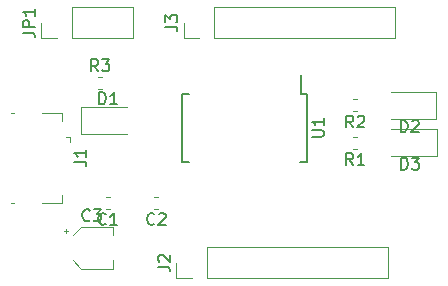
<source format=gbr>
G04 #@! TF.GenerationSoftware,KiCad,Pcbnew,(5.0.1)-3*
G04 #@! TF.CreationDate,2019-07-12T23:00:33+01:00*
G04 #@! TF.ProjectId,UsbToSerial,557362546F53657269616C2E6B696361,rev?*
G04 #@! TF.SameCoordinates,Original*
G04 #@! TF.FileFunction,Legend,Top*
G04 #@! TF.FilePolarity,Positive*
%FSLAX46Y46*%
G04 Gerber Fmt 4.6, Leading zero omitted, Abs format (unit mm)*
G04 Created by KiCad (PCBNEW (5.0.1)-3) date 12/07/2019 23:00:33*
%MOMM*%
%LPD*%
G01*
G04 APERTURE LIST*
%ADD10C,0.120000*%
%ADD11C,0.150000*%
G04 APERTURE END LIST*
D10*
G04 #@! TO.C,J1*
X81085000Y-77470000D02*
X81085000Y-78130000D01*
X79355000Y-77470000D02*
X81085000Y-77470000D01*
X76785000Y-85090000D02*
X76995000Y-85090000D01*
X76785000Y-77470000D02*
X76995000Y-77470000D01*
X79355000Y-85090000D02*
X81085000Y-85090000D01*
X81085000Y-85090000D02*
X81085000Y-84440000D01*
X81785000Y-79520000D02*
X81785000Y-79970000D01*
X81785000Y-79520000D02*
X81395000Y-79520000D01*
G04 #@! TO.C,C1*
X85100279Y-84580000D02*
X84774721Y-84580000D01*
X85100279Y-85600000D02*
X84774721Y-85600000D01*
G04 #@! TO.C,C2*
X89215279Y-85600000D02*
X88889721Y-85600000D01*
X89215279Y-84580000D02*
X88889721Y-84580000D01*
G04 #@! TO.C,C3*
X85350000Y-90660000D02*
X85350000Y-89960000D01*
X85350000Y-87140000D02*
X85350000Y-87840000D01*
X82719437Y-87140000D02*
X85350000Y-87140000D01*
X82719437Y-90660000D02*
X85350000Y-90660000D01*
X82019437Y-87840000D02*
X82719437Y-87140000D01*
X82019437Y-89960000D02*
X82719437Y-90660000D01*
X81215000Y-87465000D02*
X81590000Y-87465000D01*
X81402500Y-87277500D02*
X81402500Y-87652500D01*
G04 #@! TO.C,D1*
X86560000Y-76970000D02*
X82675000Y-76970000D01*
X82675000Y-76970000D02*
X82675000Y-79240000D01*
X82675000Y-79240000D02*
X86560000Y-79240000D01*
G04 #@! TO.C,D2*
X112775000Y-75700000D02*
X108890000Y-75700000D01*
X112775000Y-77970000D02*
X112775000Y-75700000D01*
X108890000Y-77970000D02*
X112775000Y-77970000D01*
G04 #@! TO.C,D3*
X108930000Y-81145000D02*
X112815000Y-81145000D01*
X112815000Y-81145000D02*
X112815000Y-78875000D01*
X112815000Y-78875000D02*
X108930000Y-78875000D01*
G04 #@! TO.C,JP1*
X87055000Y-71180000D02*
X87055000Y-68520000D01*
X81915000Y-71180000D02*
X87055000Y-71180000D01*
X81915000Y-68520000D02*
X87055000Y-68520000D01*
X81915000Y-71180000D02*
X81915000Y-68520000D01*
X80645000Y-71180000D02*
X79315000Y-71180000D01*
X79315000Y-71180000D02*
X79315000Y-69850000D01*
G04 #@! TO.C,R1*
X106055279Y-80520000D02*
X105729721Y-80520000D01*
X106055279Y-79500000D02*
X105729721Y-79500000D01*
G04 #@! TO.C,R2*
X106055279Y-76325000D02*
X105729721Y-76325000D01*
X106055279Y-77345000D02*
X105729721Y-77345000D01*
G04 #@! TO.C,R3*
X84139721Y-74420000D02*
X84465279Y-74420000D01*
X84139721Y-75440000D02*
X84465279Y-75440000D01*
D11*
G04 #@! TO.C,U1*
X101845000Y-75865000D02*
X101270000Y-75865000D01*
X101845000Y-81615000D02*
X101195000Y-81615000D01*
X91195000Y-81615000D02*
X91845000Y-81615000D01*
X91195000Y-75865000D02*
X91845000Y-75865000D01*
X101845000Y-75865000D02*
X101845000Y-81615000D01*
X91195000Y-75865000D02*
X91195000Y-81615000D01*
X101270000Y-75865000D02*
X101270000Y-74265000D01*
D10*
G04 #@! TO.C,J2*
X90745000Y-91500000D02*
X90745000Y-90170000D01*
X92075000Y-91500000D02*
X90745000Y-91500000D01*
X93345000Y-91500000D02*
X93345000Y-88840000D01*
X93345000Y-88840000D02*
X108645000Y-88840000D01*
X93345000Y-91500000D02*
X108645000Y-91500000D01*
X108645000Y-91500000D02*
X108645000Y-88840000D01*
G04 #@! TO.C,J3*
X109280000Y-71180000D02*
X109280000Y-68520000D01*
X93980000Y-71180000D02*
X109280000Y-71180000D01*
X93980000Y-68520000D02*
X109280000Y-68520000D01*
X93980000Y-71180000D02*
X93980000Y-68520000D01*
X92710000Y-71180000D02*
X91380000Y-71180000D01*
X91380000Y-71180000D02*
X91380000Y-69850000D01*
G04 #@! TO.C,J1*
D11*
X82127380Y-81613333D02*
X82841666Y-81613333D01*
X82984523Y-81660952D01*
X83079761Y-81756190D01*
X83127380Y-81899047D01*
X83127380Y-81994285D01*
X83127380Y-80613333D02*
X83127380Y-81184761D01*
X83127380Y-80899047D02*
X82127380Y-80899047D01*
X82270238Y-80994285D01*
X82365476Y-81089523D01*
X82413095Y-81184761D01*
G04 #@! TO.C,C1*
X84770833Y-86877142D02*
X84723214Y-86924761D01*
X84580357Y-86972380D01*
X84485119Y-86972380D01*
X84342261Y-86924761D01*
X84247023Y-86829523D01*
X84199404Y-86734285D01*
X84151785Y-86543809D01*
X84151785Y-86400952D01*
X84199404Y-86210476D01*
X84247023Y-86115238D01*
X84342261Y-86020000D01*
X84485119Y-85972380D01*
X84580357Y-85972380D01*
X84723214Y-86020000D01*
X84770833Y-86067619D01*
X85723214Y-86972380D02*
X85151785Y-86972380D01*
X85437500Y-86972380D02*
X85437500Y-85972380D01*
X85342261Y-86115238D01*
X85247023Y-86210476D01*
X85151785Y-86258095D01*
G04 #@! TO.C,C2*
X88885833Y-86877142D02*
X88838214Y-86924761D01*
X88695357Y-86972380D01*
X88600119Y-86972380D01*
X88457261Y-86924761D01*
X88362023Y-86829523D01*
X88314404Y-86734285D01*
X88266785Y-86543809D01*
X88266785Y-86400952D01*
X88314404Y-86210476D01*
X88362023Y-86115238D01*
X88457261Y-86020000D01*
X88600119Y-85972380D01*
X88695357Y-85972380D01*
X88838214Y-86020000D01*
X88885833Y-86067619D01*
X89266785Y-86067619D02*
X89314404Y-86020000D01*
X89409642Y-85972380D01*
X89647738Y-85972380D01*
X89742976Y-86020000D01*
X89790595Y-86067619D01*
X89838214Y-86162857D01*
X89838214Y-86258095D01*
X89790595Y-86400952D01*
X89219166Y-86972380D01*
X89838214Y-86972380D01*
G04 #@! TO.C,C3*
X83423333Y-86557142D02*
X83375714Y-86604761D01*
X83232857Y-86652380D01*
X83137619Y-86652380D01*
X82994761Y-86604761D01*
X82899523Y-86509523D01*
X82851904Y-86414285D01*
X82804285Y-86223809D01*
X82804285Y-86080952D01*
X82851904Y-85890476D01*
X82899523Y-85795238D01*
X82994761Y-85700000D01*
X83137619Y-85652380D01*
X83232857Y-85652380D01*
X83375714Y-85700000D01*
X83423333Y-85747619D01*
X83756666Y-85652380D02*
X84375714Y-85652380D01*
X84042380Y-86033333D01*
X84185238Y-86033333D01*
X84280476Y-86080952D01*
X84328095Y-86128571D01*
X84375714Y-86223809D01*
X84375714Y-86461904D01*
X84328095Y-86557142D01*
X84280476Y-86604761D01*
X84185238Y-86652380D01*
X83899523Y-86652380D01*
X83804285Y-86604761D01*
X83756666Y-86557142D01*
G04 #@! TO.C,D1*
X84221904Y-76737380D02*
X84221904Y-75737380D01*
X84460000Y-75737380D01*
X84602857Y-75785000D01*
X84698095Y-75880238D01*
X84745714Y-75975476D01*
X84793333Y-76165952D01*
X84793333Y-76308809D01*
X84745714Y-76499285D01*
X84698095Y-76594523D01*
X84602857Y-76689761D01*
X84460000Y-76737380D01*
X84221904Y-76737380D01*
X85745714Y-76737380D02*
X85174285Y-76737380D01*
X85460000Y-76737380D02*
X85460000Y-75737380D01*
X85364761Y-75880238D01*
X85269523Y-75975476D01*
X85174285Y-76023095D01*
G04 #@! TO.C,D2*
X109751904Y-79107380D02*
X109751904Y-78107380D01*
X109990000Y-78107380D01*
X110132857Y-78155000D01*
X110228095Y-78250238D01*
X110275714Y-78345476D01*
X110323333Y-78535952D01*
X110323333Y-78678809D01*
X110275714Y-78869285D01*
X110228095Y-78964523D01*
X110132857Y-79059761D01*
X109990000Y-79107380D01*
X109751904Y-79107380D01*
X110704285Y-78202619D02*
X110751904Y-78155000D01*
X110847142Y-78107380D01*
X111085238Y-78107380D01*
X111180476Y-78155000D01*
X111228095Y-78202619D01*
X111275714Y-78297857D01*
X111275714Y-78393095D01*
X111228095Y-78535952D01*
X110656666Y-79107380D01*
X111275714Y-79107380D01*
G04 #@! TO.C,D3*
X109791904Y-82282380D02*
X109791904Y-81282380D01*
X110030000Y-81282380D01*
X110172857Y-81330000D01*
X110268095Y-81425238D01*
X110315714Y-81520476D01*
X110363333Y-81710952D01*
X110363333Y-81853809D01*
X110315714Y-82044285D01*
X110268095Y-82139523D01*
X110172857Y-82234761D01*
X110030000Y-82282380D01*
X109791904Y-82282380D01*
X110696666Y-81282380D02*
X111315714Y-81282380D01*
X110982380Y-81663333D01*
X111125238Y-81663333D01*
X111220476Y-81710952D01*
X111268095Y-81758571D01*
X111315714Y-81853809D01*
X111315714Y-82091904D01*
X111268095Y-82187142D01*
X111220476Y-82234761D01*
X111125238Y-82282380D01*
X110839523Y-82282380D01*
X110744285Y-82234761D01*
X110696666Y-82187142D01*
G04 #@! TO.C,JP1*
X77767380Y-70683333D02*
X78481666Y-70683333D01*
X78624523Y-70730952D01*
X78719761Y-70826190D01*
X78767380Y-70969047D01*
X78767380Y-71064285D01*
X78767380Y-70207142D02*
X77767380Y-70207142D01*
X77767380Y-69826190D01*
X77815000Y-69730952D01*
X77862619Y-69683333D01*
X77957857Y-69635714D01*
X78100714Y-69635714D01*
X78195952Y-69683333D01*
X78243571Y-69730952D01*
X78291190Y-69826190D01*
X78291190Y-70207142D01*
X78767380Y-68683333D02*
X78767380Y-69254761D01*
X78767380Y-68969047D02*
X77767380Y-68969047D01*
X77910238Y-69064285D01*
X78005476Y-69159523D01*
X78053095Y-69254761D01*
G04 #@! TO.C,R1*
X105725833Y-81892380D02*
X105392500Y-81416190D01*
X105154404Y-81892380D02*
X105154404Y-80892380D01*
X105535357Y-80892380D01*
X105630595Y-80940000D01*
X105678214Y-80987619D01*
X105725833Y-81082857D01*
X105725833Y-81225714D01*
X105678214Y-81320952D01*
X105630595Y-81368571D01*
X105535357Y-81416190D01*
X105154404Y-81416190D01*
X106678214Y-81892380D02*
X106106785Y-81892380D01*
X106392500Y-81892380D02*
X106392500Y-80892380D01*
X106297261Y-81035238D01*
X106202023Y-81130476D01*
X106106785Y-81178095D01*
G04 #@! TO.C,R2*
X105725833Y-78717380D02*
X105392500Y-78241190D01*
X105154404Y-78717380D02*
X105154404Y-77717380D01*
X105535357Y-77717380D01*
X105630595Y-77765000D01*
X105678214Y-77812619D01*
X105725833Y-77907857D01*
X105725833Y-78050714D01*
X105678214Y-78145952D01*
X105630595Y-78193571D01*
X105535357Y-78241190D01*
X105154404Y-78241190D01*
X106106785Y-77812619D02*
X106154404Y-77765000D01*
X106249642Y-77717380D01*
X106487738Y-77717380D01*
X106582976Y-77765000D01*
X106630595Y-77812619D01*
X106678214Y-77907857D01*
X106678214Y-78003095D01*
X106630595Y-78145952D01*
X106059166Y-78717380D01*
X106678214Y-78717380D01*
G04 #@! TO.C,R3*
X84135833Y-73952380D02*
X83802500Y-73476190D01*
X83564404Y-73952380D02*
X83564404Y-72952380D01*
X83945357Y-72952380D01*
X84040595Y-73000000D01*
X84088214Y-73047619D01*
X84135833Y-73142857D01*
X84135833Y-73285714D01*
X84088214Y-73380952D01*
X84040595Y-73428571D01*
X83945357Y-73476190D01*
X83564404Y-73476190D01*
X84469166Y-72952380D02*
X85088214Y-72952380D01*
X84754880Y-73333333D01*
X84897738Y-73333333D01*
X84992976Y-73380952D01*
X85040595Y-73428571D01*
X85088214Y-73523809D01*
X85088214Y-73761904D01*
X85040595Y-73857142D01*
X84992976Y-73904761D01*
X84897738Y-73952380D01*
X84612023Y-73952380D01*
X84516785Y-73904761D01*
X84469166Y-73857142D01*
G04 #@! TO.C,U1*
X102222380Y-79501904D02*
X103031904Y-79501904D01*
X103127142Y-79454285D01*
X103174761Y-79406666D01*
X103222380Y-79311428D01*
X103222380Y-79120952D01*
X103174761Y-79025714D01*
X103127142Y-78978095D01*
X103031904Y-78930476D01*
X102222380Y-78930476D01*
X103222380Y-77930476D02*
X103222380Y-78501904D01*
X103222380Y-78216190D02*
X102222380Y-78216190D01*
X102365238Y-78311428D01*
X102460476Y-78406666D01*
X102508095Y-78501904D01*
G04 #@! TO.C,J2*
X89197380Y-90503333D02*
X89911666Y-90503333D01*
X90054523Y-90550952D01*
X90149761Y-90646190D01*
X90197380Y-90789047D01*
X90197380Y-90884285D01*
X89292619Y-90074761D02*
X89245000Y-90027142D01*
X89197380Y-89931904D01*
X89197380Y-89693809D01*
X89245000Y-89598571D01*
X89292619Y-89550952D01*
X89387857Y-89503333D01*
X89483095Y-89503333D01*
X89625952Y-89550952D01*
X90197380Y-90122380D01*
X90197380Y-89503333D01*
G04 #@! TO.C,J3*
X89832380Y-70183333D02*
X90546666Y-70183333D01*
X90689523Y-70230952D01*
X90784761Y-70326190D01*
X90832380Y-70469047D01*
X90832380Y-70564285D01*
X89832380Y-69802380D02*
X89832380Y-69183333D01*
X90213333Y-69516666D01*
X90213333Y-69373809D01*
X90260952Y-69278571D01*
X90308571Y-69230952D01*
X90403809Y-69183333D01*
X90641904Y-69183333D01*
X90737142Y-69230952D01*
X90784761Y-69278571D01*
X90832380Y-69373809D01*
X90832380Y-69659523D01*
X90784761Y-69754761D01*
X90737142Y-69802380D01*
G04 #@! TD*
M02*

</source>
